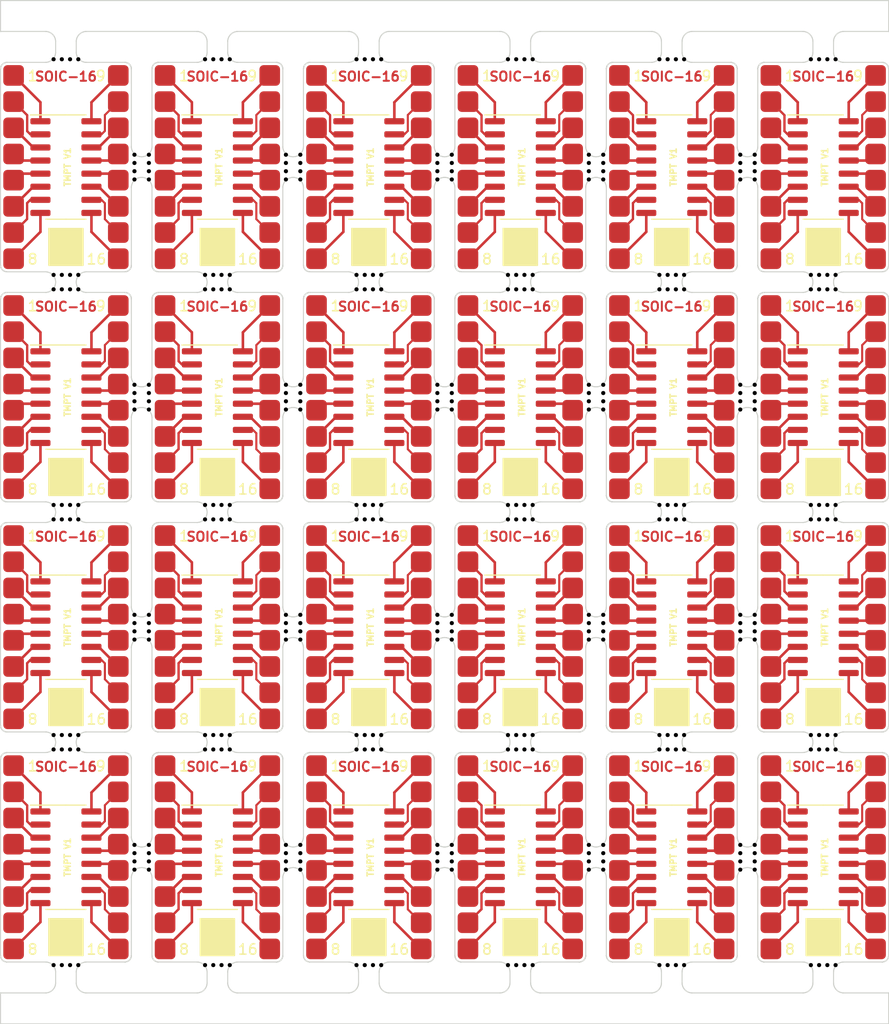
<source format=kicad_pcb>
(kicad_pcb (version 20221018) (generator pcbnew)

  (general
    (thickness 1.6)
  )

  (paper "A4")
  (layers
    (0 "F.Cu" signal)
    (31 "B.Cu" signal)
    (32 "B.Adhes" user "B.Adhesive")
    (33 "F.Adhes" user "F.Adhesive")
    (34 "B.Paste" user)
    (35 "F.Paste" user)
    (36 "B.SilkS" user "B.Silkscreen")
    (37 "F.SilkS" user "F.Silkscreen")
    (38 "B.Mask" user)
    (39 "F.Mask" user)
    (40 "Dwgs.User" user "User.Drawings")
    (41 "Cmts.User" user "User.Comments")
    (42 "Eco1.User" user "User.Eco1")
    (43 "Eco2.User" user "User.Eco2")
    (44 "Edge.Cuts" user)
    (45 "Margin" user)
    (46 "B.CrtYd" user "B.Courtyard")
    (47 "F.CrtYd" user "F.Courtyard")
    (48 "B.Fab" user)
    (49 "F.Fab" user)
    (50 "User.1" user)
    (51 "User.2" user)
    (52 "User.3" user)
    (53 "User.4" user)
    (54 "User.5" user)
    (55 "User.6" user)
    (56 "User.7" user)
    (57 "User.8" user)
    (58 "User.9" user)
  )

  (setup
    (pad_to_mask_clearance 0)
    (aux_axis_origin 105.4 20)
    (grid_origin 105.4 20)
    (pcbplotparams
      (layerselection 0x00010fc_ffffffff)
      (plot_on_all_layers_selection 0x0000000_00000000)
      (disableapertmacros false)
      (usegerberextensions false)
      (usegerberattributes true)
      (usegerberadvancedattributes true)
      (creategerberjobfile true)
      (dashed_line_dash_ratio 12.000000)
      (dashed_line_gap_ratio 3.000000)
      (svgprecision 4)
      (plotframeref false)
      (viasonmask false)
      (mode 1)
      (useauxorigin false)
      (hpglpennumber 1)
      (hpglpenspeed 20)
      (hpglpendiameter 15.000000)
      (dxfpolygonmode true)
      (dxfimperialunits true)
      (dxfusepcbnewfont true)
      (psnegative false)
      (psa4output false)
      (plotreference true)
      (plotvalue true)
      (plotinvisibletext false)
      (sketchpadsonfab false)
      (subtractmaskfromsilk false)
      (outputformat 1)
      (mirror false)
      (drillshape 0)
      (scaleselection 1)
      (outputdirectory "GERBERS/")
    )
  )

  (net 0 "")
  (net 1 "Board_0-Net-(J1-Pin_1)")
  (net 2 "Board_0-Net-(J10-Pin_1)")
  (net 3 "Board_0-Net-(J11-Pin_1)")
  (net 4 "Board_0-Net-(J12-Pin_1)")
  (net 5 "Board_0-Net-(J13-Pin_1)")
  (net 6 "Board_0-Net-(J14-Pin_1)")
  (net 7 "Board_0-Net-(J15-Pin_1)")
  (net 8 "Board_0-Net-(J16-Pin_1)")
  (net 9 "Board_0-Net-(J2-Pin_1)")
  (net 10 "Board_0-Net-(J3-Pin_1)")
  (net 11 "Board_0-Net-(J4-Pin_1)")
  (net 12 "Board_0-Net-(J5-Pin_1)")
  (net 13 "Board_0-Net-(J6-Pin_1)")
  (net 14 "Board_0-Net-(J7-Pin_1)")
  (net 15 "Board_0-Net-(J8-Pin_1)")
  (net 16 "Board_0-Net-(J9-Pin_1)")
  (net 17 "Board_1-Net-(J1-Pin_1)")
  (net 18 "Board_1-Net-(J10-Pin_1)")
  (net 19 "Board_1-Net-(J11-Pin_1)")
  (net 20 "Board_1-Net-(J12-Pin_1)")
  (net 21 "Board_1-Net-(J13-Pin_1)")
  (net 22 "Board_1-Net-(J14-Pin_1)")
  (net 23 "Board_1-Net-(J15-Pin_1)")
  (net 24 "Board_1-Net-(J16-Pin_1)")
  (net 25 "Board_1-Net-(J2-Pin_1)")
  (net 26 "Board_1-Net-(J3-Pin_1)")
  (net 27 "Board_1-Net-(J4-Pin_1)")
  (net 28 "Board_1-Net-(J5-Pin_1)")
  (net 29 "Board_1-Net-(J6-Pin_1)")
  (net 30 "Board_1-Net-(J7-Pin_1)")
  (net 31 "Board_1-Net-(J8-Pin_1)")
  (net 32 "Board_1-Net-(J9-Pin_1)")
  (net 33 "Board_2-Net-(J1-Pin_1)")
  (net 34 "Board_2-Net-(J10-Pin_1)")
  (net 35 "Board_2-Net-(J11-Pin_1)")
  (net 36 "Board_2-Net-(J12-Pin_1)")
  (net 37 "Board_2-Net-(J13-Pin_1)")
  (net 38 "Board_2-Net-(J14-Pin_1)")
  (net 39 "Board_2-Net-(J15-Pin_1)")
  (net 40 "Board_2-Net-(J16-Pin_1)")
  (net 41 "Board_2-Net-(J2-Pin_1)")
  (net 42 "Board_2-Net-(J3-Pin_1)")
  (net 43 "Board_2-Net-(J4-Pin_1)")
  (net 44 "Board_2-Net-(J5-Pin_1)")
  (net 45 "Board_2-Net-(J6-Pin_1)")
  (net 46 "Board_2-Net-(J7-Pin_1)")
  (net 47 "Board_2-Net-(J8-Pin_1)")
  (net 48 "Board_2-Net-(J9-Pin_1)")
  (net 49 "Board_3-Net-(J1-Pin_1)")
  (net 50 "Board_3-Net-(J10-Pin_1)")
  (net 51 "Board_3-Net-(J11-Pin_1)")
  (net 52 "Board_3-Net-(J12-Pin_1)")
  (net 53 "Board_3-Net-(J13-Pin_1)")
  (net 54 "Board_3-Net-(J14-Pin_1)")
  (net 55 "Board_3-Net-(J15-Pin_1)")
  (net 56 "Board_3-Net-(J16-Pin_1)")
  (net 57 "Board_3-Net-(J2-Pin_1)")
  (net 58 "Board_3-Net-(J3-Pin_1)")
  (net 59 "Board_3-Net-(J4-Pin_1)")
  (net 60 "Board_3-Net-(J5-Pin_1)")
  (net 61 "Board_3-Net-(J6-Pin_1)")
  (net 62 "Board_3-Net-(J7-Pin_1)")
  (net 63 "Board_3-Net-(J8-Pin_1)")
  (net 64 "Board_3-Net-(J9-Pin_1)")
  (net 65 "Board_4-Net-(J1-Pin_1)")
  (net 66 "Board_4-Net-(J10-Pin_1)")
  (net 67 "Board_4-Net-(J11-Pin_1)")
  (net 68 "Board_4-Net-(J12-Pin_1)")
  (net 69 "Board_4-Net-(J13-Pin_1)")
  (net 70 "Board_4-Net-(J14-Pin_1)")
  (net 71 "Board_4-Net-(J15-Pin_1)")
  (net 72 "Board_4-Net-(J16-Pin_1)")
  (net 73 "Board_4-Net-(J2-Pin_1)")
  (net 74 "Board_4-Net-(J3-Pin_1)")
  (net 75 "Board_4-Net-(J4-Pin_1)")
  (net 76 "Board_4-Net-(J5-Pin_1)")
  (net 77 "Board_4-Net-(J6-Pin_1)")
  (net 78 "Board_4-Net-(J7-Pin_1)")
  (net 79 "Board_4-Net-(J8-Pin_1)")
  (net 80 "Board_4-Net-(J9-Pin_1)")
  (net 81 "Board_5-Net-(J1-Pin_1)")
  (net 82 "Board_5-Net-(J10-Pin_1)")
  (net 83 "Board_5-Net-(J11-Pin_1)")
  (net 84 "Board_5-Net-(J12-Pin_1)")
  (net 85 "Board_5-Net-(J13-Pin_1)")
  (net 86 "Board_5-Net-(J14-Pin_1)")
  (net 87 "Board_5-Net-(J15-Pin_1)")
  (net 88 "Board_5-Net-(J16-Pin_1)")
  (net 89 "Board_5-Net-(J2-Pin_1)")
  (net 90 "Board_5-Net-(J3-Pin_1)")
  (net 91 "Board_5-Net-(J4-Pin_1)")
  (net 92 "Board_5-Net-(J5-Pin_1)")
  (net 93 "Board_5-Net-(J6-Pin_1)")
  (net 94 "Board_5-Net-(J7-Pin_1)")
  (net 95 "Board_5-Net-(J8-Pin_1)")
  (net 96 "Board_5-Net-(J9-Pin_1)")
  (net 97 "Board_6-Net-(J1-Pin_1)")
  (net 98 "Board_6-Net-(J10-Pin_1)")
  (net 99 "Board_6-Net-(J11-Pin_1)")
  (net 100 "Board_6-Net-(J12-Pin_1)")
  (net 101 "Board_6-Net-(J13-Pin_1)")
  (net 102 "Board_6-Net-(J14-Pin_1)")
  (net 103 "Board_6-Net-(J15-Pin_1)")
  (net 104 "Board_6-Net-(J16-Pin_1)")
  (net 105 "Board_6-Net-(J2-Pin_1)")
  (net 106 "Board_6-Net-(J3-Pin_1)")
  (net 107 "Board_6-Net-(J4-Pin_1)")
  (net 108 "Board_6-Net-(J5-Pin_1)")
  (net 109 "Board_6-Net-(J6-Pin_1)")
  (net 110 "Board_6-Net-(J7-Pin_1)")
  (net 111 "Board_6-Net-(J8-Pin_1)")
  (net 112 "Board_6-Net-(J9-Pin_1)")
  (net 113 "Board_7-Net-(J1-Pin_1)")
  (net 114 "Board_7-Net-(J10-Pin_1)")
  (net 115 "Board_7-Net-(J11-Pin_1)")
  (net 116 "Board_7-Net-(J12-Pin_1)")
  (net 117 "Board_7-Net-(J13-Pin_1)")
  (net 118 "Board_7-Net-(J14-Pin_1)")
  (net 119 "Board_7-Net-(J15-Pin_1)")
  (net 120 "Board_7-Net-(J16-Pin_1)")
  (net 121 "Board_7-Net-(J2-Pin_1)")
  (net 122 "Board_7-Net-(J3-Pin_1)")
  (net 123 "Board_7-Net-(J4-Pin_1)")
  (net 124 "Board_7-Net-(J5-Pin_1)")
  (net 125 "Board_7-Net-(J6-Pin_1)")
  (net 126 "Board_7-Net-(J7-Pin_1)")
  (net 127 "Board_7-Net-(J8-Pin_1)")
  (net 128 "Board_7-Net-(J9-Pin_1)")
  (net 129 "Board_8-Net-(J1-Pin_1)")
  (net 130 "Board_8-Net-(J10-Pin_1)")
  (net 131 "Board_8-Net-(J11-Pin_1)")
  (net 132 "Board_8-Net-(J12-Pin_1)")
  (net 133 "Board_8-Net-(J13-Pin_1)")
  (net 134 "Board_8-Net-(J14-Pin_1)")
  (net 135 "Board_8-Net-(J15-Pin_1)")
  (net 136 "Board_8-Net-(J16-Pin_1)")
  (net 137 "Board_8-Net-(J2-Pin_1)")
  (net 138 "Board_8-Net-(J3-Pin_1)")
  (net 139 "Board_8-Net-(J4-Pin_1)")
  (net 140 "Board_8-Net-(J5-Pin_1)")
  (net 141 "Board_8-Net-(J6-Pin_1)")
  (net 142 "Board_8-Net-(J7-Pin_1)")
  (net 143 "Board_8-Net-(J8-Pin_1)")
  (net 144 "Board_8-Net-(J9-Pin_1)")
  (net 145 "Board_9-Net-(J1-Pin_1)")
  (net 146 "Board_9-Net-(J10-Pin_1)")
  (net 147 "Board_9-Net-(J11-Pin_1)")
  (net 148 "Board_9-Net-(J12-Pin_1)")
  (net 149 "Board_9-Net-(J13-Pin_1)")
  (net 150 "Board_9-Net-(J14-Pin_1)")
  (net 151 "Board_9-Net-(J15-Pin_1)")
  (net 152 "Board_9-Net-(J16-Pin_1)")
  (net 153 "Board_9-Net-(J2-Pin_1)")
  (net 154 "Board_9-Net-(J3-Pin_1)")
  (net 155 "Board_9-Net-(J4-Pin_1)")
  (net 156 "Board_9-Net-(J5-Pin_1)")
  (net 157 "Board_9-Net-(J6-Pin_1)")
  (net 158 "Board_9-Net-(J7-Pin_1)")
  (net 159 "Board_9-Net-(J8-Pin_1)")
  (net 160 "Board_9-Net-(J9-Pin_1)")
  (net 161 "Board_10-Net-(J1-Pin_1)")
  (net 162 "Board_10-Net-(J10-Pin_1)")
  (net 163 "Board_10-Net-(J11-Pin_1)")
  (net 164 "Board_10-Net-(J12-Pin_1)")
  (net 165 "Board_10-Net-(J13-Pin_1)")
  (net 166 "Board_10-Net-(J14-Pin_1)")
  (net 167 "Board_10-Net-(J15-Pin_1)")
  (net 168 "Board_10-Net-(J16-Pin_1)")
  (net 169 "Board_10-Net-(J2-Pin_1)")
  (net 170 "Board_10-Net-(J3-Pin_1)")
  (net 171 "Board_10-Net-(J4-Pin_1)")
  (net 172 "Board_10-Net-(J5-Pin_1)")
  (net 173 "Board_10-Net-(J6-Pin_1)")
  (net 174 "Board_10-Net-(J7-Pin_1)")
  (net 175 "Board_10-Net-(J8-Pin_1)")
  (net 176 "Board_10-Net-(J9-Pin_1)")
  (net 177 "Board_11-Net-(J1-Pin_1)")
  (net 178 "Board_11-Net-(J10-Pin_1)")
  (net 179 "Board_11-Net-(J11-Pin_1)")
  (net 180 "Board_11-Net-(J12-Pin_1)")
  (net 181 "Board_11-Net-(J13-Pin_1)")
  (net 182 "Board_11-Net-(J14-Pin_1)")
  (net 183 "Board_11-Net-(J15-Pin_1)")
  (net 184 "Board_11-Net-(J16-Pin_1)")
  (net 185 "Board_11-Net-(J2-Pin_1)")
  (net 186 "Board_11-Net-(J3-Pin_1)")
  (net 187 "Board_11-Net-(J4-Pin_1)")
  (net 188 "Board_11-Net-(J5-Pin_1)")
  (net 189 "Board_11-Net-(J6-Pin_1)")
  (net 190 "Board_11-Net-(J7-Pin_1)")
  (net 191 "Board_11-Net-(J8-Pin_1)")
  (net 192 "Board_11-Net-(J9-Pin_1)")
  (net 193 "Board_12-Net-(J1-Pin_1)")
  (net 194 "Board_12-Net-(J10-Pin_1)")
  (net 195 "Board_12-Net-(J11-Pin_1)")
  (net 196 "Board_12-Net-(J12-Pin_1)")
  (net 197 "Board_12-Net-(J13-Pin_1)")
  (net 198 "Board_12-Net-(J14-Pin_1)")
  (net 199 "Board_12-Net-(J15-Pin_1)")
  (net 200 "Board_12-Net-(J16-Pin_1)")
  (net 201 "Board_12-Net-(J2-Pin_1)")
  (net 202 "Board_12-Net-(J3-Pin_1)")
  (net 203 "Board_12-Net-(J4-Pin_1)")
  (net 204 "Board_12-Net-(J5-Pin_1)")
  (net 205 "Board_12-Net-(J6-Pin_1)")
  (net 206 "Board_12-Net-(J7-Pin_1)")
  (net 207 "Board_12-Net-(J8-Pin_1)")
  (net 208 "Board_12-Net-(J9-Pin_1)")
  (net 209 "Board_13-Net-(J1-Pin_1)")
  (net 210 "Board_13-Net-(J10-Pin_1)")
  (net 211 "Board_13-Net-(J11-Pin_1)")
  (net 212 "Board_13-Net-(J12-Pin_1)")
  (net 213 "Board_13-Net-(J13-Pin_1)")
  (net 214 "Board_13-Net-(J14-Pin_1)")
  (net 215 "Board_13-Net-(J15-Pin_1)")
  (net 216 "Board_13-Net-(J16-Pin_1)")
  (net 217 "Board_13-Net-(J2-Pin_1)")
  (net 218 "Board_13-Net-(J3-Pin_1)")
  (net 219 "Board_13-Net-(J4-Pin_1)")
  (net 220 "Board_13-Net-(J5-Pin_1)")
  (net 221 "Board_13-Net-(J6-Pin_1)")
  (net 222 "Board_13-Net-(J7-Pin_1)")
  (net 223 "Board_13-Net-(J8-Pin_1)")
  (net 224 "Board_13-Net-(J9-Pin_1)")
  (net 225 "Board_14-Net-(J1-Pin_1)")
  (net 226 "Board_14-Net-(J10-Pin_1)")
  (net 227 "Board_14-Net-(J11-Pin_1)")
  (net 228 "Board_14-Net-(J12-Pin_1)")
  (net 229 "Board_14-Net-(J13-Pin_1)")
  (net 230 "Board_14-Net-(J14-Pin_1)")
  (net 231 "Board_14-Net-(J15-Pin_1)")
  (net 232 "Board_14-Net-(J16-Pin_1)")
  (net 233 "Board_14-Net-(J2-Pin_1)")
  (net 234 "Board_14-Net-(J3-Pin_1)")
  (net 235 "Board_14-Net-(J4-Pin_1)")
  (net 236 "Board_14-Net-(J5-Pin_1)")
  (net 237 "Board_14-Net-(J6-Pin_1)")
  (net 238 "Board_14-Net-(J7-Pin_1)")
  (net 239 "Board_14-Net-(J8-Pin_1)")
  (net 240 "Board_14-Net-(J9-Pin_1)")
  (net 241 "Board_15-Net-(J1-Pin_1)")
  (net 242 "Board_15-Net-(J10-Pin_1)")
  (net 243 "Board_15-Net-(J11-Pin_1)")
  (net 244 "Board_15-Net-(J12-Pin_1)")
  (net 245 "Board_15-Net-(J13-Pin_1)")
  (net 246 "Board_15-Net-(J14-Pin_1)")
  (net 247 "Board_15-Net-(J15-Pin_1)")
  (net 248 "Board_15-Net-(J16-Pin_1)")
  (net 249 "Board_15-Net-(J2-Pin_1)")
  (net 250 "Board_15-Net-(J3-Pin_1)")
  (net 251 "Board_15-Net-(J4-Pin_1)")
  (net 252 "Board_15-Net-(J5-Pin_1)")
  (net 253 "Board_15-Net-(J6-Pin_1)")
  (net 254 "Board_15-Net-(J7-Pin_1)")
  (net 255 "Board_15-Net-(J8-Pin_1)")
  (net 256 "Board_15-Net-(J9-Pin_1)")
  (net 257 "Board_16-Net-(J1-Pin_1)")
  (net 258 "Board_16-Net-(J10-Pin_1)")
  (net 259 "Board_16-Net-(J11-Pin_1)")
  (net 260 "Board_16-Net-(J12-Pin_1)")
  (net 261 "Board_16-Net-(J13-Pin_1)")
  (net 262 "Board_16-Net-(J14-Pin_1)")
  (net 263 "Board_16-Net-(J15-Pin_1)")
  (net 264 "Board_16-Net-(J16-Pin_1)")
  (net 265 "Board_16-Net-(J2-Pin_1)")
  (net 266 "Board_16-Net-(J3-Pin_1)")
  (net 267 "Board_16-Net-(J4-Pin_1)")
  (net 268 "Board_16-Net-(J5-Pin_1)")
  (net 269 "Board_16-Net-(J6-Pin_1)")
  (net 270 "Board_16-Net-(J7-Pin_1)")
  (net 271 "Board_16-Net-(J8-Pin_1)")
  (net 272 "Board_16-Net-(J9-Pin_1)")
  (net 273 "Board_17-Net-(J1-Pin_1)")
  (net 274 "Board_17-Net-(J10-Pin_1)")
  (net 275 "Board_17-Net-(J11-Pin_1)")
  (net 276 "Board_17-Net-(J12-Pin_1)")
  (net 277 "Board_17-Net-(J13-Pin_1)")
  (net 278 "Board_17-Net-(J14-Pin_1)")
  (net 279 "Board_17-Net-(J15-Pin_1)")
  (net 280 "Board_17-Net-(J16-Pin_1)")
  (net 281 "Board_17-Net-(J2-Pin_1)")
  (net 282 "Board_17-Net-(J3-Pin_1)")
  (net 283 "Board_17-Net-(J4-Pin_1)")
  (net 284 "Board_17-Net-(J5-Pin_1)")
  (net 285 "Board_17-Net-(J6-Pin_1)")
  (net 286 "Board_17-Net-(J7-Pin_1)")
  (net 287 "Board_17-Net-(J8-Pin_1)")
  (net 288 "Board_17-Net-(J9-Pin_1)")
  (net 289 "Board_18-Net-(J1-Pin_1)")
  (net 290 "Board_18-Net-(J10-Pin_1)")
  (net 291 "Board_18-Net-(J11-Pin_1)")
  (net 292 "Board_18-Net-(J12-Pin_1)")
  (net 293 "Board_18-Net-(J13-Pin_1)")
  (net 294 "Board_18-Net-(J14-Pin_1)")
  (net 295 "Board_18-Net-(J15-Pin_1)")
  (net 296 "Board_18-Net-(J16-Pin_1)")
  (net 297 "Board_18-Net-(J2-Pin_1)")
  (net 298 "Board_18-Net-(J3-Pin_1)")
  (net 299 "Board_18-Net-(J4-Pin_1)")
  (net 300 "Board_18-Net-(J5-Pin_1)")
  (net 301 "Board_18-Net-(J6-Pin_1)")
  (net 302 "Board_18-Net-(J7-Pin_1)")
  (net 303 "Board_18-Net-(J8-Pin_1)")
  (net 304 "Board_18-Net-(J9-Pin_1)")
  (net 305 "Board_19-Net-(J1-Pin_1)")
  (net 306 "Board_19-Net-(J10-Pin_1)")
  (net 307 "Board_19-Net-(J11-Pin_1)")
  (net 308 "Board_19-Net-(J12-Pin_1)")
  (net 309 "Board_19-Net-(J13-Pin_1)")
  (net 310 "Board_19-Net-(J14-Pin_1)")
  (net 311 "Board_19-Net-(J15-Pin_1)")
  (net 312 "Board_19-Net-(J16-Pin_1)")
  (net 313 "Board_19-Net-(J2-Pin_1)")
  (net 314 "Board_19-Net-(J3-Pin_1)")
  (net 315 "Board_19-Net-(J4-Pin_1)")
  (net 316 "Board_19-Net-(J5-Pin_1)")
  (net 317 "Board_19-Net-(J6-Pin_1)")
  (net 318 "Board_19-Net-(J7-Pin_1)")
  (net 319 "Board_19-Net-(J8-Pin_1)")
  (net 320 "Board_19-Net-(J9-Pin_1)")
  (net 321 "Board_20-Net-(J1-Pin_1)")
  (net 322 "Board_20-Net-(J10-Pin_1)")
  (net 323 "Board_20-Net-(J11-Pin_1)")
  (net 324 "Board_20-Net-(J12-Pin_1)")
  (net 325 "Board_20-Net-(J13-Pin_1)")
  (net 326 "Board_20-Net-(J14-Pin_1)")
  (net 327 "Board_20-Net-(J15-Pin_1)")
  (net 328 "Board_20-Net-(J16-Pin_1)")
  (net 329 "Board_20-Net-(J2-Pin_1)")
  (net 330 "Board_20-Net-(J3-Pin_1)")
  (net 331 "Board_20-Net-(J4-Pin_1)")
  (net 332 "Board_20-Net-(J5-Pin_1)")
  (net 333 "Board_20-Net-(J6-Pin_1)")
  (net 334 "Board_20-Net-(J7-Pin_1)")
  (net 335 "Board_20-Net-(J8-Pin_1)")
  (net 336 "Board_20-Net-(J9-Pin_1)")
  (net 337 "Board_21-Net-(J1-Pin_1)")
  (net 338 "Board_21-Net-(J10-Pin_1)")
  (net 339 "Board_21-Net-(J11-Pin_1)")
  (net 340 "Board_21-Net-(J12-Pin_1)")
  (net 341 "Board_21-Net-(J13-Pin_1)")
  (net 342 "Board_21-Net-(J14-Pin_1)")
  (net 343 "Board_21-Net-(J15-Pin_1)")
  (net 344 "Board_21-Net-(J16-Pin_1)")
  (net 345 "Board_21-Net-(J2-Pin_1)")
  (net 346 "Board_21-Net-(J3-Pin_1)")
  (net 347 "Board_21-Net-(J4-Pin_1)")
  (net 348 "Board_21-Net-(J5-Pin_1)")
  (net 349 "Board_21-Net-(J6-Pin_1)")
  (net 350 "Board_21-Net-(J7-Pin_1)")
  (net 351 "Board_21-Net-(J8-Pin_1)")
  (net 352 "Board_21-Net-(J9-Pin_1)")
  (net 353 "Board_22-Net-(J1-Pin_1)")
  (net 354 "Board_22-Net-(J10-Pin_1)")
  (net 355 "Board_22-Net-(J11-Pin_1)")
  (net 356 "Board_22-Net-(J12-Pin_1)")
  (net 357 "Board_22-Net-(J13-Pin_1)")
  (net 358 "Board_22-Net-(J14-Pin_1)")
  (net 359 "Board_22-Net-(J15-Pin_1)")
  (net 360 "Board_22-Net-(J16-Pin_1)")
  (net 361 "Board_22-Net-(J2-Pin_1)")
  (net 362 "Board_22-Net-(J3-Pin_1)")
  (net 363 "Board_22-Net-(J4-Pin_1)")
  (net 364 "Board_22-Net-(J5-Pin_1)")
  (net 365 "Board_22-Net-(J6-Pin_1)")
  (net 366 "Board_22-Net-(J7-Pin_1)")
  (net 367 "Board_22-Net-(J8-Pin_1)")
  (net 368 "Board_22-Net-(J9-Pin_1)")
  (net 369 "Board_23-Net-(J1-Pin_1)")
  (net 370 "Board_23-Net-(J10-Pin_1)")
  (net 371 "Board_23-Net-(J11-Pin_1)")
  (net 372 "Board_23-Net-(J12-Pin_1)")
  (net 373 "Board_23-Net-(J13-Pin_1)")
  (net 374 "Board_23-Net-(J14-Pin_1)")
  (net 375 "Board_23-Net-(J15-Pin_1)")
  (net 376 "Board_23-Net-(J16-Pin_1)")
  (net 377 "Board_23-Net-(J2-Pin_1)")
  (net 378 "Board_23-Net-(J3-Pin_1)")
  (net 379 "Board_23-Net-(J4-Pin_1)")
  (net 380 "Board_23-Net-(J5-Pin_1)")
  (net 381 "Board_23-Net-(J6-Pin_1)")
  (net 382 "Board_23-Net-(J7-Pin_1)")
  (net 383 "Board_23-Net-(J8-Pin_1)")
  (net 384 "Board_23-Net-(J9-Pin_1)")

  (footprint "NPTH" (layer "F.Cu") (at 125.249978 46.619508))

  (footprint "CustSymbols:ManhattanPad" (layer "F.Cu") (at 121.37 27.27))

  (footprint "NPTH" (layer "F.Cu") (at 119.8 58.88))

  (footprint "NPTH" (layer "F.Cu") (at 147.8 36.56))

  (footprint "CustSymbols:ManhattanPad" (layer "F.Cu") (at 136.07 37.43))

  (footprint "CustSymbols:ManhattanPad" (layer "F.Cu") (at 116.83 45.05))

  (footprint "CustSymbols:ManhattanPad" (layer "F.Cu") (at 165.47 106.93))

  (footprint "NPTH" (layer "F.Cu") (at 170.149978 46.619565))

  (footprint "CustSymbols:ManhattanPad" (layer "F.Cu") (at 175.63 57.21))

  (footprint "CustSymbols:ManhattanPad" (layer "F.Cu") (at 190.33 34.89))

  (footprint "CustSymbols:ManhattanPad" (layer "F.Cu") (at 150.77 37.43))

  (footprint "CustSymbols:ManhattanPad" (layer "F.Cu") (at 106.67 27.27))

  (footprint "Package_SO:SOIC-16_3.9x9.9mm_P1.27mm" (layer "F.Cu") (at 111.75 80.8))

  (footprint "NPTH" (layer "F.Cu") (at 111.349979 91.259565))

  (footprint "CustSymbols:ManhattanPad" (layer "F.Cu") (at 121.37 42.51))

  (footprint "CustSymbols:ManhattanPad" (layer "F.Cu") (at 116.83 52.13))

  (footprint "NPTH" (layer "F.Cu") (at 112.949978 46.619678))

  (footprint "CustSymbols:ManhattanPad" (layer "F.Cu") (at 150.77 27.27))

  (footprint "NPTH" (layer "F.Cu") (at 112.15 92.66))

  (footprint "CustSymbols:ManhattanPad" (layer "F.Cu") (at 180.17 32.35))

  (footprint "NPTH" (layer "F.Cu") (at 185.649978 68.939622))

  (footprint "CustSymbols:ManhattanPad" (layer "F.Cu") (at 190.33 27.27))

  (footprint "CustSymbols:ManhattanPad" (layer "F.Cu") (at 116.83 79.53))

  (footprint "NPTH" (layer "F.Cu") (at 157.05 70.34))

  (footprint "NPTH" (layer "F.Cu") (at 118.4 103.52))

  (footprint "NPTH" (layer "F.Cu") (at 118.4 80.4))

  (footprint "CustSymbols:ManhattanPad" (layer "F.Cu") (at 150.77 45.05))

  (footprint "NPTH" (layer "F.Cu") (at 125.25 48.02))

  (footprint "CustSymbols:ManhattanPad" (layer "F.Cu") (at 175.63 87.15))

  (footprint "CustSymbols:ManhattanPad" (layer "F.Cu") (at 180.17 101.85))

  (footprint "CustSymbols:ManhattanPad" (layer "F.Cu") (at 180.17 87.15))

  (footprint "CustSymbols:ManhattanPad" (layer "F.Cu") (at 165.47 96.77))

  (footprint "CustSymbols:ManhattanPad" (layer "F.Cu") (at 146.23 101.85))

  (footprint "CustSymbols:ManhattanPad" (layer "F.Cu") (at 131.53 71.91))

  (footprint "CustSymbols:ManhattanPad" (layer "F.Cu") (at 146.23 37.43))

  (footprint "CustSymbols:ManhattanPad" (layer "F.Cu") (at 175.63 106.93))

  (footprint "NPTH" (layer "F.Cu") (at 141.549978 91.259622))

  (footprint "NPTH" (layer "F.Cu") (at 170.95 70.34))

  (footprint "NPTH" (layer "F.Cu") (at 134.5 102.72))

  (footprint "CustSymbols:ManhattanPad" (layer "F.Cu") (at 121.37 89.69))

  (footprint "CustSymbols:ManhattanPad" (layer "F.Cu") (at 136.07 42.51))

  (footprint "NPTH" (layer "F.Cu") (at 186.45 48.02))

  (footprint "CustSymbols:ManhattanPad" (layer "F.Cu") (at 136.07 74.45))

  (footprint "NPTH" (layer "F.Cu") (at 162.5 103.52))

  (footprint "NPTH" (layer "F.Cu") (at 126.05 48.02))

  (footprint "CustSymbols:ManhattanPad" (layer "F.Cu") (at 131.53 62.29))

  (footprint "CustSymbols:ManhattanPad" (layer "F.Cu") (at 190.33 49.59))

  (footprint "NPTH" (layer "F.Cu") (at 111.349979 46.619565))

  (footprint "CustSymbols:ManhattanPad" (layer "F.Cu") (at 160.93 52.13))

  (footprint "NPTH" (layer "F.Cu") (at 119.8 104.32))

  (footprint "NPTH" (layer "F.Cu") (at 162.5 58.08))

  (footprint "NPTH" (layer "F.Cu") (at 185.649978 91.259622))

  (footprint "CustSymbols:ManhattanPad" (layer "F.Cu") (at 116.83 106.93))

  (footprint "NPTH" (layer "F.Cu") (at 178.6 59.68))

  (footprint "CustSymbols:ManhattanPad" (layer "F.Cu") (at 146.23 109.47))

  (footprint "CustSymbols:ManhattanPad" (layer "F.Cu") (at 190.33 29.81))

  (footprint "NPTH" (layer "F.Cu") (at 139.95 48.02))

  (footprint "CustSymbols:ManhattanPad" (layer "F.Cu") (at 150.77 112.01))

  (footprint "CustSymbols:ManhattanPad" (layer "F.Cu") (at 116.83 96.77))

  (footprint "CustSymbols:ManhattanPad" (layer "F.Cu") (at 175.63 112.01))

  (footprint "CustSymbols:ManhattanPad" (layer "F.Cu") (at 180.17 106.93))

  (footprint "CustSymbols:ManhattanPad" (layer "F.Cu") (at 150.77 104.39))

  (footprint "NPTH" (layer "F.Cu") (at 149.2 58.88))

  (footprint "NPTH" (layer "F.Cu") (at 112.15 48.02))

  (footprint "NPTH" (layer "F.Cu") (at 184.85 48.02))

  (footprint "NPTH" (layer "F.Cu") (at 139.95 92.66))

  (footprint "CustSymbols:ManhattanPad" (layer "F.Cu") (at 136.07 32.35))

  (footprint "CustSymbols:ManhattanPad" (layer "F.Cu") (at 150.77 64.83))

  (footprint "CustSymbols:ManhattanPad" (layer "F.Cu") (at 121.37 37.43))

  (footprint "CustSymbols:ManhattanPad" (layer "F.Cu") (at 136.07 109.47))

  (footprint "CustSymbols:ManhattanPad" (layer "F.Cu") (at 160.93 37.43))

  (footprint "CustSymbols:ManhattanPad" (layer "F.Cu") (at 121.37 29.81))

  (footprint "CustSymbols:ManhattanPad" (layer "F.Cu") (at 121.37 94.23))

  (footprint "CustSymbols:ManhattanPad" (layer "F.Cu") (at 146.23 27.27))

  (footprint "NPTH" (layer "F.Cu") (at 162.5 81.2))

  (footprint "CustSymbols:ManhattanPad" (layer "F.Cu") (at 116.83 84.61))

  (footprint "CustSymbols:ManhattanPad" (layer "F.Cu") (at 190.33 79.53))

  (footprint "NPTH" (layer "F.Cu") (at 110.55 70.34))

  (footprint "NPTH" (layer "F.Cu") (at 140.749978 91.259565))

  (footprint "NPTH" (layer "F.Cu") (at 178.6 101.92))

  (footprint "CustSymbols:ManhattanPad" (layer "F.Cu") (at 116.83 67.37))

  (footprint "CustSymbols:ManhattanPad" (layer "F.Cu") (at 106.67 84.61))

  (footprint "CustSymbols:ManhattanPad" (layer "F.Cu") (at 165.47 32.35))

  (footprint "NPTH" (layer "F.Cu") (at 155.45 92.66))

  (footprint "NPTH" (layer "F.Cu") (at 154.649978 46.619508))

  (footprint "NPTH" (layer "F.Cu") (at 162.5 36.56))

  (footprint "CustSymbols:ManhattanPad" (layer "F.Cu") (at 131.53 79.53))

  (footprint "Package_SO:SOIC-16_3.9x9.9mm_P1.27mm" (layer "F.Cu") (at 126.45 80.8))

  (footprint "CustSymbols:ManhattanPad" (layer "F.Cu") (at 165.47 42.51))

  (footprint "CustSymbols:ManhattanPad" (layer "F.Cu") (at 165.47 71.91))

  (footprint "CustSymbols:ManhattanPad" (layer "F.Cu") (at 150.77 71.91))

  (footprint "CustSymbols:ManhattanPad" (layer "F.Cu") (at 190.33 87.15))

  (footprint "CustSymbols:ManhattanPad" (layer "F.Cu") (at 150.77 84.61))

  (footprint "CustSymbols:ManhattanPad" (layer "F.Cu") (at 136.07 52.13))

  (footprint "CustSymbols:ManhattanPad" (layer "F.Cu") (at 190.33 67.37))

  (footprint "NPTH" (layer "F.Cu") (at 119.8 34.96))

  (footprint "CustSymbols:ManhattanPad" (layer "F.Cu") (at 165.47 34.89))

  (footprint "CustSymbols:ManhattanPad" (layer "F.Cu") (at 136.07 57.21))

  (footprint "NPTH" (layer "F.Cu") (at 133.1 81.2))

  (footprint "NPTH" (layer "F.Cu") (at 139.949978 91.259508))

  (footprint "CustSymbols:ManhattanPad" (layer "F.Cu") (at 116.83 39.97))

  (footprint "NPTH" (layer "F.Cu") (at 163.9 102.72))

  (footprint "NPTH" (layer "F.Cu") (at 169.35 48.02))

  (footprint "NPTH" (layer "F.Cu") (at 147.8 79.6))

  (footprint "NPTH" (layer "F.Cu") (at 162.5 59.68))

  (footprint "CustSymbols:ManhattanPad" (layer "F.Cu") (at 106.67 37.43))

  (footprint "NPTH" (layer "F.Cu") (at 118.4 82))

  (footprint "CustSymbols:ManhattanPad" (layer "F.Cu") (at 106.67 54.67))

  (footprint "NPTH" (layer "F.Cu") (at 171.749978 68.939678))

  (footprint "NPTH" (layer "F.Cu") (at 170.149978 113.579565))

  (footprint "CustSymbols:ManhattanPad" (layer "F.Cu") (at 165.47 76.99))

  (footprint "NPTH" (layer "F.Cu") (at 134.5 81.2))

  (footprint "CustSymbols:ManhattanPad" (layer "F.Cu") (at 180.17 71.91))

  (footprint "NPTH" (layer "F.Cu") (at 171.75 25.7))

  (footprint "CustSymbols:ManhattanPad" (layer "F.Cu") (at 150.77 62.29))

  (footprint "NPTH" (layer "F.Cu") (at 142.35 25.7))

  (footprint "CustSymbols:ManhattanPad" (layer "F.Cu") (at 190.33 84.61))

  (footprint "NPTH" (layer "F.Cu") (at 184.049978 46.619508))

  (footprint "CustSymbols:ManhattanPad" (layer "F.Cu") (at 190.33 45.05))

  (footprint "NPTH" (layer "F.Cu") (at 149.2 59.68))

  (footprint "CustSymbols:ManhattanPad" (layer "F.Cu") (at 116.83 99.31))

  (footprint "CustSymbols:ManhattanPad" (layer "F.Cu") (at 150.77 54.67))

  (footprint "NPTH" (layer "F.Cu") (at 177.2 102.72))

  (footprint "CustSymbols:ManhattanPad" (layer "F.Cu") (at 116.83 101.85))

  (footprint "NPTH" (layer "F.Cu") (at 149.2 102.72))

  (footprint "NPTH" (layer "F.Cu") (at 126.05 70.34))

  (footprint "NPTH" (layer "F.Cu") (at 119.8 59.68))

  (footprint "Package_SO:SOIC-16_3.9x9.9mm_P1.27mm" (layer "F.Cu") (at 126.45 36.16))

  (footprint "NPTH" (layer "F.Cu") (at 126.05 92.66))

  (footprint "CustSymbols:ManhattanPad" (layer "F.Cu") (at 106.67 101.85))

  (footprint "CustSymbols:ManhattanPad" (layer "F.Cu") (at 150.77 74.45))

  (footprint "NPTH" (layer "F.Cu") (at 156.249978 46.619622))

  (footprint "CustSymbols:ManhattanPad" (layer "F.Cu") (at 160.93 76.99))

  (footprint "NPTH" (layer "F.Cu") (at 110.55 92.66))

  (footprint "CustSymbols:ManhattanPad" (layer "F.Cu") (at 150.77 94.23))

  (footprint "Package_SO:SOIC-16_3.9x9.9mm_P1.27mm" (layer "F.Cu") (at 185.25 80.8))

  (footprint "NPTH" (layer "F.Cu") (at 155.449978 91.259565))

  (footprint "CustSymbols:ManhattanPad" (layer "F.Cu") (at 146.23 32.35))

  (footprint "CustSymbols:ManhattanPad" (layer "F.Cu") (at 180.17 76.99))

  (footprint "NPTH" (layer "F.Cu") (at 162.5 104.32))

  (footprint "CustSymbols:ManhattanPad" (layer "F.Cu") (at 121.37 74.45))

  (footprint "NPTH" (layer "F.Cu") (at 133.1 101.92))

  (footprint "CustSymbols:ManhattanPad" (layer "F.Cu") (at 175.63 96.77))

  (footprint "NPTH" (layer "F.Cu") (at 133.1 79.6))

  (footprint "CustSymbols:ManhattanPad" (layer "F.Cu") (at 190.33 89.69))

  (footprint "NPTH" (layer "F.Cu") (at 126.85 25.7))

  (footprint "CustSymbols:ManhattanPad" (layer "F.Cu") (at 150.77 29.81))

  (footprint "CustSymbols:ManhattanPad" (layer "F.Cu") (at 131.53 76.99))

  (footprint "NPTH" (layer "F.Cu") (at 171.749978 91.259678))

  (footprint "NPTH" (layer "F.Cu") (at 163.9 80.4))

  (footprint "NPTH" (layer "F.Cu") (at 162.5 80.4))

  (footprint "NPTH" (layer "F.Cu") (at 141.549978 46.619622))

  (footprint "CustSymbols:ManhattanPad" (layer "F.Cu") (at 116.83 74.45))

  (footprint "CustSymbols:ManhattanPad" (layer "F.Cu") (at 116.83 27.27))

  (footprint "NPTH" (layer "F.Cu") (at 119.8 81.2))

  (footprint "CustSymbols:ManhattanPad" (layer "F.Cu") (at 131.53 42.51))

  (footprint "CustSymbols:ManhattanPad" (layer "F.Cu") (at 180.17 29.81))

  (footprint "CustSymbols:ManhattanPad" (layer "F.Cu") (at 106.67 74.45))

  (footprint "CustSymbols:ManhattanPad" (layer "F.Cu") (at 165.47 45.05))

  (footprint "CustSymbols:ManhattanPad" (layer "F.Cu") (at 121.37 67.37))

  (footprint "CustSymbols:ManhattanPad" (layer "F.Cu") (at 146.23 59.75))

  (footprint "CustSymbols:ManhattanPad" (layer "F.Cu") (at 180.17 67.37))

  (footprint "CustSymbols:ManhattanPad" (layer "F.Cu") (at 136.07 104.39))

  (footprint "NPTH" (layer "F.Cu") (at 134.5 104.32))

  (footprint "CustSymbols:ManhattanPad" (layer "F.Cu") (at 116.83 29.81))

  (footprint "NPTH" (layer "F.Cu") (at 149.2 57.28))

  (footprint "CustSymbols:ManhattanPad" (layer "F.Cu") (at 121.37 82.07))

  (footprint "Package_SO:SOIC-16_3.9x9.9mm_P1.27mm" (layer "F.Cu") (at 141.15 103.12))

  (footprint "CustSymbols:ManhattanPad" (layer "F.Cu") (at 190.33 99.31))

  (footprint "CustSymbols:ManhattanPad" (layer "F.Cu")
    (tstamp 3b9f97b2-f7cc-486d-9ff7-2d49870b79b9)
    (at 160.93 101.85)
    (property "Sheetfile" "ManhattanPanels-SOIC16.kicad_sch")
    (property "Sheetname" "")
    (property "ki_description" "Generic connector, single row, 01x01, script generated")
    (property "ki_keywords" "connector")
    (path "/97aacb22-980b-447f-8b21-92009294367f")
    (attr smd)
    (fp_text reference "J11" (at 0 -0.5 unlocked) (layer "F.SilkS") hide
        (effects (font (size 1 1) (thickness 0.1)))
      (tstamp eefea4ce-c073-4bb4-bb29-0006f0565395)
    )
    (fp_text value "Conn_01x01_Pin" (at 0 1 unlocked) (layer "F.Fab") hide
        (effects (font (size 1 1) (thickness 0.15))
... [3805779 chars truncated]
</source>
